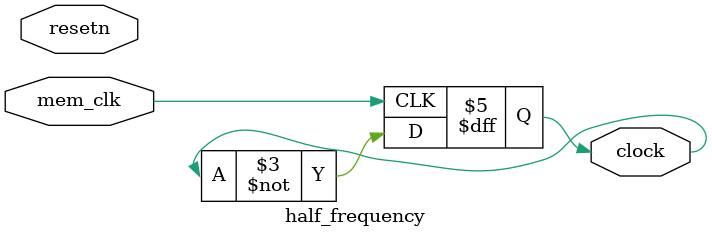
<source format=v>



module sc_computer ( resetn, mem_clk,  pc,  inst,aluout, in_port0,in_port1,in_port_sub,out_port0,out_port1,out_port2,HEX0,HEX1,HEX2,HEX3,HEX4,HEX5,io_read_data);

input [3:0]  in_port0, in_port1;
input in_port_sub;
output [31:0] 	out_port0, out_port1, out_port2,aluout;
output wire [6:0] HEX0,HEX1,HEX2,HEX3,HEX4,HEX5;
// 定义顶层模块sc_computer，作为工程文件的顶层入口，如图1-1建立工程时指定。
input resetn,mem_clk;
// 定义整个计算机module和外界交互的输入信号，包括复位信号resetn、时钟信号clock、
// 以及一个频率是clock两倍的mem_clk信号。注：resetn 是低电平（neg）有效信号。
// 这些信号都可以用作仿真验证时的输出观察信号。
output [31:0] pc, inst,io_read_data;
// 模块用于仿真输出的观察信号。缺省为wire型。

//模块用于仿真输出的观察信号, 用于观察验证指令ROM和数据RAM的读写时序。
wire [31:0] data,aluout,memout; // 模块间互联传递数据或控制信息的信号线。

wire wmem,clock; // 模块间互联传递数据或控制信息的信号线。
sc_cpu cpu (clock,resetn,inst,memout,pc,wmem,aluout,data); // CPU module.
// 实例化了一个CPU模块，其内部又包含运算器ALU模块、控制器CU模块等。
// 在CPU模块的原型定义sc_cpu模块中，可看到其内部的各模块构成。
sc_instmem imem (pc,inst,clock,mem_clk,imem_clk); // instruction memory.
// 实例化指令ROM存储器imem模块。模块原型由sc_instmem定义。
//
// 由于Altera的Cyclone系列FPGA只能支持同步的ROM和RAM，读取操作需要时钟信号。
// 示例代码中是采用Altera公司quartus提供的ROM宏模块lpm_rom实现的，需要读取时钟，
// 该imem_clk读取时钟由clock信号和mem_clk信号组合而成，具体时序可参考模块内的
// 相应代码。为什么这样设计，详细设计原理参见本节【问题2】解答。
// 同时，imem_clk信号作为模块输出信号供仿真器进行观察。
// 宏模块lpm_rom的时序要求参见其时序图。
//  sc_datamem dmem (aluout,data,memout,wmem,clock,mem_clk,dmem_clk); // data memory.
// 数据RAM存储器dmem模块。模块原型由sc_datamem定义。
// 由于Altera的Cyclone系列FPGA只能支持同步的ROM和RAM，读取操作需要时钟信号。
// 示例代码中是采用Altera公司quartus提供的RAM宏模块lpm_ram_dq实现的，需要读写时钟，
// 该dmem_clk读写时钟由clock信号和mem_clk信号组合而成，具体时序可参考模块内的
// 相应代码。为什么这样设计，详细设计原理参见本节【问题2】解答。
// 同时，该dmem_clk信号作为模块输出信号供仿真器进行观察。
// 宏模块lpm_ram_dq的时序要求参见其时序图。
wire [3:0] op_0_ge,op_1_ge,op_2_ge,op_0_shi,op_1_shi,op_2_shi;
assign op_0_ge=out_port0%10;
assign op_0_shi=out_port0/10;
assign op_1_ge=out_port1%10;
assign op_1_shi=out_port1/10;
assign op_2_ge=out_port22%10;
assign op_2_shi=out_port22/10;
reg [31:0] out_port22;

always@(*)
begin
if(out_port2[31]==1)
	out_port22=~out_port2+1;
else
	out_port22=out_port2;
end


half_frequency hf(resetn,mem_clk,clock);
sc_datamem  dmem (aluout,data,memout,wmem,clock,mem_clk,dmem_clk,resetn,in_port0,in_port1,in_port_sub,out_port0,out_port1,out_port2,io_read_data); // data memory.

	sevenseg s0(op_2_ge,HEX4);
	sevenseg s1(op_2_shi,HEX5);

	sevenseg s2(op_1_ge,HEX2);
	sevenseg s3(op_1_shi,HEX3);
	
	sevenseg s4(op_0_ge,HEX0);
	sevenseg s5(op_0_shi,HEX1);

endmodule



module sevenseg ( data, ledsegments);
input [3:0] data;
output ledsegments;
reg [6:0] ledsegments;
always @ (*)
case(data)
// gfe_dcba // 7段LED数码管的位段编号
// 654_3210 // DE1-SOC板上的信号位编号
0: ledsegments = 7'b100_0000; // DE1-SOC板上的数码管为共阳极接法。
1: ledsegments = 7'b111_1001;
2: ledsegments = 7'b010_0100;
3: ledsegments = 7'b011_0000;
4: ledsegments = 7'b001_1001;
5: ledsegments = 7'b001_0010;
6: ledsegments = 7'b000_0010;
7: ledsegments = 7'b111_1000;
8: ledsegments = 7'b000_0000;
9: ledsegments = 7'b001_0000;
default: ledsegments = 7'b111_1111; // 其它值时全灭。
endcase
endmodule


module half_frequency(resetn,mem_clk,clock);
	input resetn,mem_clk;
	output clock;
	reg clock;
	initial
	begin
		clock = 0;
	end
	always @(posedge mem_clk)
	begin
		if(~resetn)
			clock <= 0;
		clock <= ~clock;
	end
endmodule

</source>
